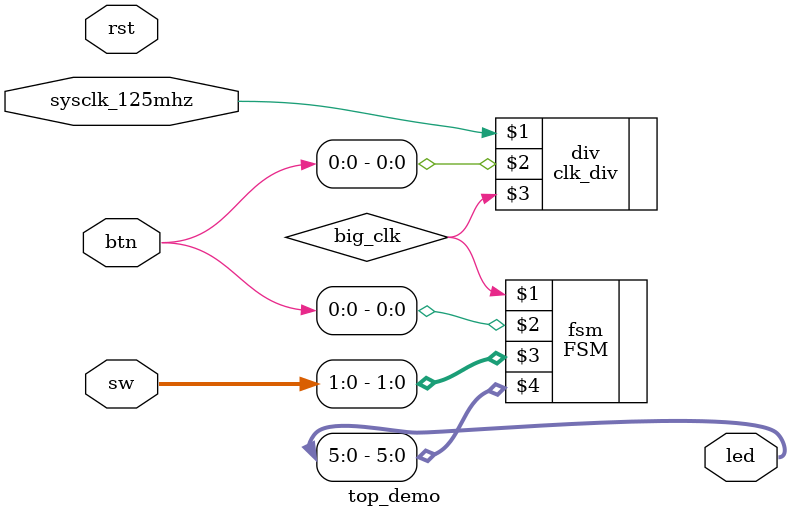
<source format=sv>
`timescale 1ns / 1ps


module top_demo
(
  // input
  input  logic [7:0] sw,
  input  logic [3:0] btn,
  input  logic       sysclk_125mhz,
  input  logic       rst,
  // output  
  output logic [7:0] led
);

  logic [16:0] CURRENT_COUNT;
  logic [16:0] NEXT_COUNT;
  logic        smol_clk;
  logic        big_clk;
  clk_div div(sysclk_125mhz, btn[0], big_clk);
  

  
  FSM fsm(big_clk, btn[0], sw[1:0], led[5:0]);

/*

  // 7-segment display
  segment_driver driver(
  .clk(smol_clk),
  .rst(btn[3]),
  .digit0(sw[3:0]),
  .digit1(4'b0111),
  .digit2(sw[7:4]),
  .digit3(4'b1111),
  .decimals({1'b0, btn[2:0]}),
  .segment_cathodes({sseg_dp, sseg_cg, sseg_cf, sseg_ce, sseg_cd, sseg_cc, sseg_cb, sseg_ca}),
  .digit_anodes(sseg_an)
  );
*/

// Register logic storing clock counts
  always@(posedge sysclk_125mhz)
  begin
    if(btn[3])
      CURRENT_COUNT = 17'h00000;
    else
      CURRENT_COUNT = NEXT_COUNT;
  end
  
  // Increment logic
  assign NEXT_COUNT = CURRENT_COUNT == 17'd100000 ? 17'h00000 : CURRENT_COUNT + 1;

  // Creation of smaller clock signal from counters
  assign smol_clk = CURRENT_COUNT == 17'd100000 ? 1'b1 : 1'b0;

endmodule

</source>
